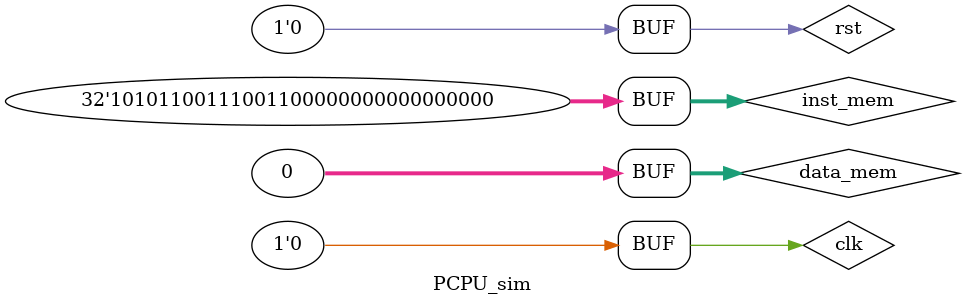
<source format=v>
`timescale 1ns / 1ps


module PCPU_sim;

	// Inputs
	reg clk;
	reg rst;
	reg [31:0] inst_mem;
	reg [31:0] data_mem;

	// Outputs
	wire [31:0] inst_addr;
	wire [31:0] data_addr;
	wire data_we;
	wire [31:0] data_write;
	wire branch;
	wire remain_pc;

	// Instantiate the Unit Under Test (UUT)
	PCPU uut (
		.clk(clk), 
		.rst(rst), 
		.inst_addr(inst_addr), 
		.inst_mem(inst_mem), 
		.data_addr(data_addr), 
		.data_mem(data_mem), 
		.data_we(data_we), 
		.data_write(data_write), 
		.branch(branch), 
		.remain_pc(remain_pc)
	);

	initial begin
		// Initialize Inputs
		clk = 0;
		rst = 0;
		inst_mem = 0;
		data_mem = 0;

		// Wait 100 ns for global reset to finish
		rst = 1;
		#20
		rst = 0;
		#100
      inst_mem = 32'b001000_00000_00100_0000_0000_0000_0011;
		clk = 1;#20;
		clk = 0;#20;
		inst_mem = 32'b001000_00000_00101_0000_0000_0000_0100;	
		clk = 1;#20;
		clk = 0;#20;
		inst_mem = 32'b000000_00100_00101_00110_00000_100000;
		clk = 1;#20;
		clk = 0;#20;
		inst_mem = 32'b001111_00000_00111_1110_0000_0000_0000;
		clk = 1;#20;
		clk = 0;#20;
		inst_mem = 32'b101011_00111_00110_0000_0000_0000_0000;
      clk = 1;#20;
		clk = 0;#20;
clk = 1;#20;
		clk = 0;#20;
clk = 1;#20;
		clk = 0;#20;
clk = 1;#20;
		clk = 0;#20;
clk = 1;#20;
		clk = 0;#20;
		
		// Add stimulus here

	end
      
endmodule


</source>
